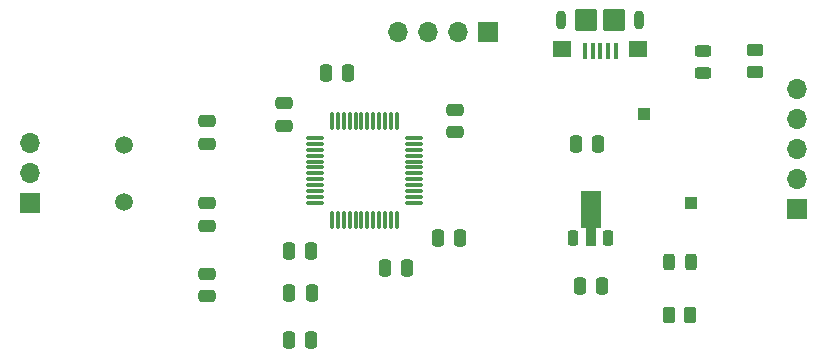
<source format=gts>
%TF.GenerationSoftware,KiCad,Pcbnew,9.0.0*%
%TF.CreationDate,2025-08-28T17:52:35+02:00*%
%TF.ProjectId,audioVisualizer_PCB,61756469-6f56-4697-9375-616c697a6572,rev?*%
%TF.SameCoordinates,Original*%
%TF.FileFunction,Soldermask,Top*%
%TF.FilePolarity,Negative*%
%FSLAX46Y46*%
G04 Gerber Fmt 4.6, Leading zero omitted, Abs format (unit mm)*
G04 Created by KiCad (PCBNEW 9.0.0) date 2025-08-28 17:52:35*
%MOMM*%
%LPD*%
G01*
G04 APERTURE LIST*
G04 Aperture macros list*
%AMRoundRect*
0 Rectangle with rounded corners*
0 $1 Rounding radius*
0 $2 $3 $4 $5 $6 $7 $8 $9 X,Y pos of 4 corners*
0 Add a 4 corners polygon primitive as box body*
4,1,4,$2,$3,$4,$5,$6,$7,$8,$9,$2,$3,0*
0 Add four circle primitives for the rounded corners*
1,1,$1+$1,$2,$3*
1,1,$1+$1,$4,$5*
1,1,$1+$1,$6,$7*
1,1,$1+$1,$8,$9*
0 Add four rect primitives between the rounded corners*
20,1,$1+$1,$2,$3,$4,$5,0*
20,1,$1+$1,$4,$5,$6,$7,0*
20,1,$1+$1,$6,$7,$8,$9,0*
20,1,$1+$1,$8,$9,$2,$3,0*%
%AMFreePoly0*
4,1,9,3.862500,-0.866500,0.737500,-0.866500,0.737500,-0.450000,-0.737500,-0.450000,-0.737500,0.450000,0.737500,0.450000,0.737500,0.866500,3.862500,0.866500,3.862500,-0.866500,3.862500,-0.866500,$1*%
G04 Aperture macros list end*
%ADD10RoundRect,0.250000X-0.250000X-0.475000X0.250000X-0.475000X0.250000X0.475000X-0.250000X0.475000X0*%
%ADD11RoundRect,0.250000X-0.475000X0.250000X-0.475000X-0.250000X0.475000X-0.250000X0.475000X0.250000X0*%
%ADD12RoundRect,0.250000X0.250000X0.475000X-0.250000X0.475000X-0.250000X-0.475000X0.250000X-0.475000X0*%
%ADD13RoundRect,0.100000X0.100000X0.575000X-0.100000X0.575000X-0.100000X-0.575000X0.100000X-0.575000X0*%
%ADD14O,0.900000X1.600000*%
%ADD15RoundRect,0.250000X0.550000X0.450000X-0.550000X0.450000X-0.550000X-0.450000X0.550000X-0.450000X0*%
%ADD16RoundRect,0.250000X0.700000X0.700000X-0.700000X0.700000X-0.700000X-0.700000X0.700000X-0.700000X0*%
%ADD17R,1.000000X1.000000*%
%ADD18R,1.700000X1.700000*%
%ADD19O,1.700000X1.700000*%
%ADD20RoundRect,0.243750X0.243750X0.456250X-0.243750X0.456250X-0.243750X-0.456250X0.243750X-0.456250X0*%
%ADD21RoundRect,0.250000X0.262500X0.450000X-0.262500X0.450000X-0.262500X-0.450000X0.262500X-0.450000X0*%
%ADD22RoundRect,0.250000X0.475000X-0.250000X0.475000X0.250000X-0.475000X0.250000X-0.475000X-0.250000X0*%
%ADD23RoundRect,0.243750X-0.456250X0.243750X-0.456250X-0.243750X0.456250X-0.243750X0.456250X0.243750X0*%
%ADD24RoundRect,0.225000X0.225000X-0.425000X0.225000X0.425000X-0.225000X0.425000X-0.225000X-0.425000X0*%
%ADD25FreePoly0,90.000000*%
%ADD26RoundRect,0.250000X0.450000X-0.262500X0.450000X0.262500X-0.450000X0.262500X-0.450000X-0.262500X0*%
%ADD27RoundRect,0.075000X-0.662500X-0.075000X0.662500X-0.075000X0.662500X0.075000X-0.662500X0.075000X0*%
%ADD28RoundRect,0.075000X-0.075000X-0.662500X0.075000X-0.662500X0.075000X0.662500X-0.075000X0.662500X0*%
%ADD29C,1.500000*%
G04 APERTURE END LIST*
D10*
%TO.C,C7*%
X141550000Y-61500000D03*
X143450000Y-61500000D03*
%TD*%
D11*
%TO.C,C1*%
X122000000Y-51600000D03*
X122000000Y-53500000D03*
%TD*%
D12*
%TO.C,C12*%
X155450000Y-65500000D03*
X153550000Y-65500000D03*
%TD*%
D13*
%TO.C,J2*%
X156600000Y-45675000D03*
X155950000Y-45675000D03*
X155300000Y-45675000D03*
X154650000Y-45675000D03*
X154000000Y-45675000D03*
D14*
X158600000Y-43000000D03*
D15*
X158500000Y-45450000D03*
D16*
X156500000Y-43000000D03*
X154100000Y-43000000D03*
D15*
X152100000Y-45450000D03*
D14*
X152000000Y-43000000D03*
%TD*%
D17*
%TO.C,TP1*%
X159000000Y-51000000D03*
%TD*%
D18*
%TO.C,J1*%
X107000000Y-58500000D03*
D19*
X107000000Y-55960000D03*
X107000000Y-53420000D03*
%TD*%
D18*
%TO.C,JTAG*%
X145800000Y-44000000D03*
D19*
X143260000Y-44000000D03*
X140720000Y-44000000D03*
X138180000Y-44000000D03*
%TD*%
D12*
%TO.C,C6*%
X138950000Y-64000000D03*
X137050000Y-64000000D03*
%TD*%
D20*
%TO.C,D1*%
X162989500Y-63500000D03*
X161114500Y-63500000D03*
%TD*%
D21*
%TO.C,R2*%
X162912500Y-68000000D03*
X161087500Y-68000000D03*
%TD*%
D10*
%TO.C,C4*%
X132050000Y-47500000D03*
X133950000Y-47500000D03*
%TD*%
D22*
%TO.C,C13*%
X122000000Y-66400000D03*
X122000000Y-64500000D03*
%TD*%
D10*
%TO.C,C10*%
X128910000Y-70104000D03*
X130810000Y-70104000D03*
%TD*%
%TO.C,C8*%
X128910000Y-62604000D03*
X130810000Y-62604000D03*
%TD*%
D23*
%TO.C,D2*%
X164000000Y-45625000D03*
X164000000Y-47500000D03*
%TD*%
D24*
%TO.C,U2*%
X153000000Y-61450000D03*
D25*
X154500000Y-61362500D03*
D24*
X156000000Y-61450000D03*
%TD*%
D26*
%TO.C,R3*%
X168402000Y-47394500D03*
X168402000Y-45569500D03*
%TD*%
D27*
%TO.C,U1*%
X131175000Y-53000000D03*
X131175000Y-53500000D03*
X131175000Y-54000000D03*
X131175000Y-54500000D03*
X131175000Y-55000000D03*
X131175000Y-55500000D03*
X131175000Y-56000000D03*
X131175000Y-56500000D03*
X131175000Y-57000000D03*
X131175000Y-57500000D03*
X131175000Y-58000000D03*
X131175000Y-58500000D03*
D28*
X132587500Y-59912500D03*
X133087500Y-59912500D03*
X133587500Y-59912500D03*
X134087500Y-59912500D03*
X134587500Y-59912500D03*
X135087500Y-59912500D03*
X135587500Y-59912500D03*
X136087500Y-59912500D03*
X136587500Y-59912500D03*
X137087500Y-59912500D03*
X137587500Y-59912500D03*
X138087500Y-59912500D03*
D27*
X139500000Y-58500000D03*
X139500000Y-58000000D03*
X139500000Y-57500000D03*
X139500000Y-57000000D03*
X139500000Y-56500000D03*
X139500000Y-56000000D03*
X139500000Y-55500000D03*
X139500000Y-55000000D03*
X139500000Y-54500000D03*
X139500000Y-54000000D03*
X139500000Y-53500000D03*
X139500000Y-53000000D03*
D28*
X138087500Y-51587500D03*
X137587500Y-51587500D03*
X137087500Y-51587500D03*
X136587500Y-51587500D03*
X136087500Y-51587500D03*
X135587500Y-51587500D03*
X135087500Y-51587500D03*
X134587500Y-51587500D03*
X134087500Y-51587500D03*
X133587500Y-51587500D03*
X133087500Y-51587500D03*
X132587500Y-51587500D03*
%TD*%
D17*
%TO.C,TP2*%
X163000000Y-58500000D03*
%TD*%
D10*
%TO.C,C9*%
X128960000Y-66104000D03*
X130860000Y-66104000D03*
%TD*%
D29*
%TO.C,Y1*%
X115000000Y-58450000D03*
X115000000Y-53570000D03*
%TD*%
D22*
%TO.C,C3*%
X128500000Y-51950000D03*
X128500000Y-50050000D03*
%TD*%
%TO.C,C5*%
X143000000Y-52500000D03*
X143000000Y-50600000D03*
%TD*%
D11*
%TO.C,C2*%
X122000000Y-58550000D03*
X122000000Y-60450000D03*
%TD*%
D12*
%TO.C,C11*%
X155128000Y-53500000D03*
X153228000Y-53500000D03*
%TD*%
D18*
%TO.C,J3*%
X172000000Y-59000000D03*
D19*
X172000000Y-56460000D03*
X172000000Y-53920000D03*
X172000000Y-51380000D03*
X172000000Y-48840000D03*
%TD*%
M02*

</source>
